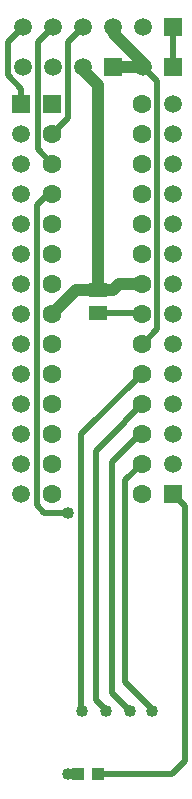
<source format=gbr>
G04 DipTrace 3.0.0.2*
G04 Bottom.gbr*
%MOIN*%
G04 #@! TF.FileFunction,Copper,L2,Bot*
G04 #@! TF.Part,Single*
G04 #@! TA.AperFunction,Conductor*
%ADD13C,0.019685*%
%ADD15C,0.03937*%
G04 #@! TA.AperFunction,ComponentPad*
%ADD17R,0.062992X0.062992*%
%ADD18C,0.062992*%
%ADD19R,0.059055X0.059055*%
%ADD20C,0.059055*%
%ADD21R,0.059055X0.051181*%
%ADD22R,0.043307X0.03937*%
G04 #@! TA.AperFunction,ViaPad*
%ADD25C,0.04*%
%FSLAX26Y26*%
G04*
G70*
G90*
G75*
G01*
G04 Bottom*
%LPD*%
X464016Y2674134D2*
D13*
Y2723150D1*
X419067Y2768098D1*
Y2878185D1*
X469016Y2928134D1*
X568016Y2574134D2*
X619031Y2625150D1*
Y2878150D1*
X669016Y2928134D1*
X568016Y2474134D2*
X519031Y2523118D1*
Y2878150D1*
X569016Y2928134D1*
X621016Y1310134D2*
X541016D1*
X516016Y1335134D1*
Y2336134D1*
X554016Y2374134D1*
X568016D1*
X868016Y1474134D2*
X812016Y1418134D1*
Y745134D1*
X902016Y655134D1*
Y649921D1*
X868016Y1574134D2*
X865016Y1577134D1*
X767016Y1479134D1*
Y709921D1*
X827016Y649921D1*
X868016Y1674134D2*
X810016Y1616134D1*
Y1612134D1*
X714016Y1516134D1*
Y686134D1*
X746016Y654134D1*
Y649921D1*
X868016Y1774134D2*
X665016Y1571134D1*
Y649921D1*
X667016D1*
X969016Y1374134D2*
X1009016Y1334134D1*
Y482134D1*
X966252Y439370D1*
X721945D1*
X568016Y1974134D2*
D15*
X646016Y2052134D1*
X719016D1*
X868016Y2074134D2*
X792031D1*
X770031Y2052134D1*
X719016D1*
Y2737134D1*
X670016Y2786134D1*
Y2795134D1*
X971016Y2795118D2*
D13*
X969016Y2928134D1*
X868016Y1974134D2*
X864819Y1977331D1*
X719016D1*
X655016Y439370D2*
X620016D1*
Y439386D1*
X769016Y2928134D2*
D15*
X773016D1*
Y2907134D1*
X871016Y2809134D1*
Y2795118D1*
X770016Y2795134D2*
X871016D1*
Y2795118D1*
D13*
X918016Y2748118D1*
Y1921134D1*
X871016Y1874134D1*
X868016D1*
D25*
X620016Y439386D3*
X621016Y1310134D3*
X902016Y649921D3*
X827016D3*
X746016D3*
X667016D3*
D17*
X568016Y2674134D3*
D18*
Y2574134D3*
Y2474134D3*
Y2374134D3*
Y2274134D3*
Y2174134D3*
Y2074134D3*
Y1974134D3*
Y1874134D3*
Y1774134D3*
Y1674134D3*
Y1574134D3*
Y1474134D3*
Y1374134D3*
X868016D3*
Y1474134D3*
Y1574134D3*
Y1674134D3*
Y1774134D3*
Y1874134D3*
Y1974134D3*
Y2074134D3*
Y2174134D3*
Y2274134D3*
Y2374134D3*
Y2474134D3*
Y2574134D3*
Y2674134D3*
D19*
X969016Y2928134D3*
D20*
X869016D3*
X769016D3*
X669016D3*
X569016D3*
X469016D3*
D21*
X719016Y1977331D3*
Y2052134D3*
D19*
X969016Y1374134D3*
D20*
Y1474134D3*
Y1574134D3*
Y1674134D3*
Y1774134D3*
Y1874134D3*
Y1974134D3*
Y2074134D3*
Y2174134D3*
Y2274134D3*
Y2374134D3*
Y2474134D3*
Y2574134D3*
Y2674134D3*
D19*
X464016D3*
D20*
Y2574134D3*
Y2474134D3*
Y2374134D3*
Y2274134D3*
Y2174134D3*
Y2074134D3*
Y1974134D3*
Y1874134D3*
Y1774134D3*
Y1674134D3*
Y1574134D3*
Y1474134D3*
Y1374134D3*
D19*
X770016Y2795134D3*
D20*
X670016D3*
X570016D3*
X470016D3*
D19*
X971016Y2795118D3*
D20*
X871016D3*
D22*
X655016Y439370D3*
X721945D3*
M02*

</source>
